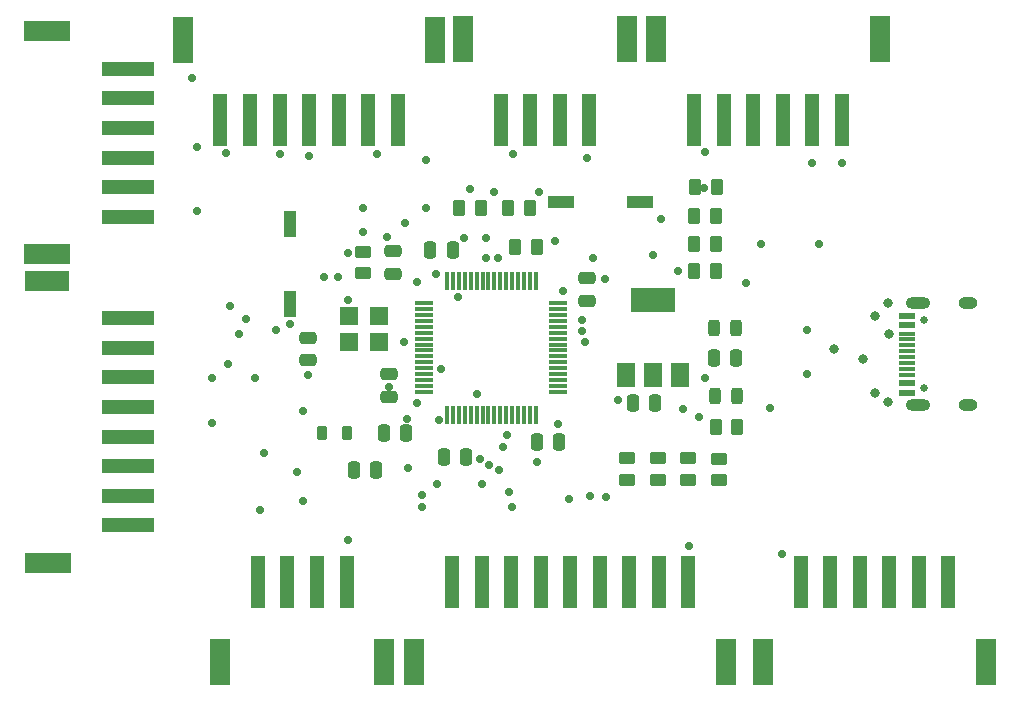
<source format=gbr>
%TF.GenerationSoftware,KiCad,Pcbnew,(6.0.11)*%
%TF.CreationDate,2023-02-10T10:35:54-08:00*%
%TF.ProjectId,EV1,4556312e-6b69-4636-9164-5f7063625858,rev?*%
%TF.SameCoordinates,Original*%
%TF.FileFunction,Soldermask,Top*%
%TF.FilePolarity,Negative*%
%FSLAX46Y46*%
G04 Gerber Fmt 4.6, Leading zero omitted, Abs format (unit mm)*
G04 Created by KiCad (PCBNEW (6.0.11)) date 2023-02-10 10:35:54*
%MOMM*%
%LPD*%
G01*
G04 APERTURE LIST*
G04 Aperture macros list*
%AMRoundRect*
0 Rectangle with rounded corners*
0 $1 Rounding radius*
0 $2 $3 $4 $5 $6 $7 $8 $9 X,Y pos of 4 corners*
0 Add a 4 corners polygon primitive as box body*
4,1,4,$2,$3,$4,$5,$6,$7,$8,$9,$2,$3,0*
0 Add four circle primitives for the rounded corners*
1,1,$1+$1,$2,$3*
1,1,$1+$1,$4,$5*
1,1,$1+$1,$6,$7*
1,1,$1+$1,$8,$9*
0 Add four rect primitives between the rounded corners*
20,1,$1+$1,$2,$3,$4,$5,0*
20,1,$1+$1,$4,$5,$6,$7,0*
20,1,$1+$1,$6,$7,$8,$9,0*
20,1,$1+$1,$8,$9,$2,$3,0*%
G04 Aperture macros list end*
%ADD10R,4.500000X1.300000*%
%ADD11R,3.900000X1.800000*%
%ADD12R,1.300000X4.500000*%
%ADD13R,1.800000X3.900000*%
%ADD14RoundRect,0.250000X0.250000X0.475000X-0.250000X0.475000X-0.250000X-0.475000X0.250000X-0.475000X0*%
%ADD15RoundRect,0.250000X-0.262500X-0.450000X0.262500X-0.450000X0.262500X0.450000X-0.262500X0.450000X0*%
%ADD16RoundRect,0.250000X0.475000X-0.250000X0.475000X0.250000X-0.475000X0.250000X-0.475000X-0.250000X0*%
%ADD17R,1.500000X2.000000*%
%ADD18R,3.800000X2.000000*%
%ADD19RoundRect,0.243750X0.243750X0.456250X-0.243750X0.456250X-0.243750X-0.456250X0.243750X-0.456250X0*%
%ADD20RoundRect,0.250000X-0.250000X-0.475000X0.250000X-0.475000X0.250000X0.475000X-0.250000X0.475000X0*%
%ADD21R,1.120000X2.160000*%
%ADD22RoundRect,0.250000X0.450000X-0.262500X0.450000X0.262500X-0.450000X0.262500X-0.450000X-0.262500X0*%
%ADD23RoundRect,0.250000X0.262500X0.450000X-0.262500X0.450000X-0.262500X-0.450000X0.262500X-0.450000X0*%
%ADD24C,0.650000*%
%ADD25R,1.450000X0.600000*%
%ADD26R,1.450000X0.300000*%
%ADD27O,1.600000X1.000000*%
%ADD28O,2.100000X1.000000*%
%ADD29R,2.160000X1.120000*%
%ADD30RoundRect,0.218750X-0.218750X-0.381250X0.218750X-0.381250X0.218750X0.381250X-0.218750X0.381250X0*%
%ADD31RoundRect,0.075000X-0.700000X-0.075000X0.700000X-0.075000X0.700000X0.075000X-0.700000X0.075000X0*%
%ADD32RoundRect,0.075000X-0.075000X-0.700000X0.075000X-0.700000X0.075000X0.700000X-0.075000X0.700000X0*%
%ADD33RoundRect,0.250000X-0.475000X0.250000X-0.475000X-0.250000X0.475000X-0.250000X0.475000X0.250000X0*%
%ADD34R,4.495400X1.295400*%
%ADD35R,3.800000X1.800000*%
%ADD36R,1.600000X1.500000*%
%ADD37C,0.700000*%
%ADD38C,0.800000*%
G04 APERTURE END LIST*
D10*
%TO.C,U10*%
X123430000Y-68210000D03*
X123430000Y-70710000D03*
X123430000Y-73210000D03*
X123430000Y-75710000D03*
X123430000Y-78210000D03*
X123430000Y-80710000D03*
D11*
X116630000Y-65010000D03*
X116630000Y-83910000D03*
%TD*%
D12*
%TO.C,U6*%
X146290000Y-72550000D03*
X143790000Y-72550000D03*
X141290000Y-72550000D03*
X138790000Y-72550000D03*
X136290000Y-72550000D03*
X133790000Y-72550000D03*
X131290000Y-72550000D03*
D13*
X149490000Y-65750000D03*
X128090000Y-65750000D03*
%TD*%
%TO.C,U7*%
X174110000Y-118440000D03*
X147710000Y-118440000D03*
D12*
X170910000Y-111640000D03*
X168410000Y-111640000D03*
X165910000Y-111640000D03*
X163410000Y-111640000D03*
X160910000Y-111640000D03*
X158410000Y-111640000D03*
X155910000Y-111640000D03*
X153410000Y-111640000D03*
X150910000Y-111640000D03*
%TD*%
D14*
%TO.C,C14*%
X152080000Y-101092000D03*
X150180000Y-101092000D03*
%TD*%
D15*
%TO.C,R1*%
X173204500Y-98552000D03*
X175029500Y-98552000D03*
%TD*%
%TO.C,R11*%
X171397500Y-83000000D03*
X173222500Y-83000000D03*
%TD*%
D16*
%TO.C,C12*%
X162306000Y-87818000D03*
X162306000Y-85918000D03*
%TD*%
D17*
%TO.C,U2*%
X165594000Y-94082000D03*
X167894000Y-94082000D03*
D18*
X167894000Y-87782000D03*
D17*
X170194000Y-94082000D03*
%TD*%
D19*
%TO.C,D2*%
X174927500Y-90170000D03*
X173052500Y-90170000D03*
%TD*%
D12*
%TO.C,U4*%
X162500000Y-72500000D03*
X160000000Y-72500000D03*
X157500000Y-72500000D03*
X155000000Y-72500000D03*
D13*
X165700000Y-65700000D03*
X151800000Y-65700000D03*
%TD*%
D20*
%TO.C,C10*%
X142560000Y-102135000D03*
X144460000Y-102135000D03*
%TD*%
D21*
%TO.C,SW2*%
X137190000Y-88095000D03*
X137190000Y-81365000D03*
%TD*%
D15*
%TO.C,R10*%
X171487500Y-78240000D03*
X173312500Y-78240000D03*
%TD*%
D22*
%TO.C,R5*%
X170880000Y-103012500D03*
X170880000Y-101187500D03*
%TD*%
D23*
%TO.C,R8*%
X157452500Y-79960000D03*
X155627500Y-79960000D03*
%TD*%
D22*
%TO.C,R6*%
X173490000Y-103042500D03*
X173490000Y-101217500D03*
%TD*%
D23*
%TO.C,R13*%
X158072500Y-83260000D03*
X156247500Y-83260000D03*
%TD*%
D24*
%TO.C,J9*%
X190890000Y-89470000D03*
X190890000Y-95250000D03*
D25*
X189445000Y-95610000D03*
X189445000Y-94810000D03*
D26*
X189445000Y-93610000D03*
X189445000Y-92610000D03*
X189445000Y-92110000D03*
X189445000Y-91110000D03*
D25*
X189445000Y-89910000D03*
X189445000Y-89110000D03*
X189445000Y-89110000D03*
X189445000Y-89910000D03*
D26*
X189445000Y-90610000D03*
X189445000Y-91610000D03*
X189445000Y-93110000D03*
X189445000Y-94110000D03*
D25*
X189445000Y-94810000D03*
X189445000Y-95610000D03*
D27*
X194540000Y-96680000D03*
D28*
X190360000Y-88040000D03*
D27*
X194540000Y-88040000D03*
D28*
X190360000Y-96680000D03*
%TD*%
D19*
%TO.C,D1*%
X175054500Y-95885000D03*
X173179500Y-95885000D03*
%TD*%
D29*
%TO.C,SW1*%
X166825000Y-79500000D03*
X160095000Y-79500000D03*
%TD*%
D20*
%TO.C,C11*%
X149037000Y-83566000D03*
X150937000Y-83566000D03*
%TD*%
D30*
%TO.C,120R1*%
X139867500Y-99060000D03*
X141992500Y-99060000D03*
%TD*%
D15*
%TO.C,R7*%
X151487500Y-80010000D03*
X153312500Y-80010000D03*
%TD*%
D20*
%TO.C,C13*%
X158054000Y-99822000D03*
X159954000Y-99822000D03*
%TD*%
D22*
%TO.C,R2*%
X143330000Y-85502500D03*
X143330000Y-83677500D03*
%TD*%
D12*
%TO.C,U9*%
X134460000Y-111640000D03*
X136960000Y-111640000D03*
X139460000Y-111640000D03*
X141960000Y-111640000D03*
D13*
X131260000Y-118440000D03*
X145160000Y-118440000D03*
%TD*%
D31*
%TO.C,U1*%
X148553800Y-88045600D03*
X148553800Y-88545600D03*
X148553800Y-89045600D03*
X148553800Y-89545600D03*
X148553800Y-90045600D03*
X148553800Y-90545600D03*
X148553800Y-91045600D03*
X148553800Y-91545600D03*
X148553800Y-92045600D03*
X148553800Y-92545600D03*
X148553800Y-93045600D03*
X148553800Y-93545600D03*
X148553800Y-94045600D03*
X148553800Y-94545600D03*
X148553800Y-95045600D03*
X148553800Y-95545600D03*
D32*
X150478800Y-97470600D03*
X150978800Y-97470600D03*
X151478800Y-97470600D03*
X151978800Y-97470600D03*
X152478800Y-97470600D03*
X152978800Y-97470600D03*
X153478800Y-97470600D03*
X153978800Y-97470600D03*
X154478800Y-97470600D03*
X154978800Y-97470600D03*
X155478800Y-97470600D03*
X155978800Y-97470600D03*
X156478800Y-97470600D03*
X156978800Y-97470600D03*
X157478800Y-97470600D03*
X157978800Y-97470600D03*
D31*
X159903800Y-95545600D03*
X159903800Y-95045600D03*
X159903800Y-94545600D03*
X159903800Y-94045600D03*
X159903800Y-93545600D03*
X159903800Y-93045600D03*
X159903800Y-92545600D03*
X159903800Y-92045600D03*
X159903800Y-91545600D03*
X159903800Y-91045600D03*
X159903800Y-90545600D03*
X159903800Y-90045600D03*
X159903800Y-89545600D03*
X159903800Y-89045600D03*
X159903800Y-88545600D03*
X159903800Y-88045600D03*
D32*
X157978800Y-86120600D03*
X157478800Y-86120600D03*
X156978800Y-86120600D03*
X156478800Y-86120600D03*
X155978800Y-86120600D03*
X155478800Y-86120600D03*
X154978800Y-86120600D03*
X154478800Y-86120600D03*
X153978800Y-86120600D03*
X153478800Y-86120600D03*
X152978800Y-86120600D03*
X152478800Y-86120600D03*
X151978800Y-86120600D03*
X151478800Y-86120600D03*
X150978800Y-86120600D03*
X150478800Y-86120600D03*
%TD*%
D33*
%TO.C,C4*%
X138660000Y-90990000D03*
X138660000Y-92890000D03*
%TD*%
D15*
%TO.C,R9*%
X171407500Y-80650000D03*
X173232500Y-80650000D03*
%TD*%
D34*
%TO.C,U3*%
X123461150Y-89330000D03*
X123461150Y-91830000D03*
X123461150Y-94330000D03*
X123461150Y-96830000D03*
X123461150Y-99330000D03*
X123461150Y-101830000D03*
X123461150Y-104330000D03*
X123461150Y-106830000D03*
D35*
X116611150Y-86130000D03*
D11*
X116661150Y-110030000D03*
%TD*%
D22*
%TO.C,R4*%
X168330000Y-102972500D03*
X168330000Y-101147500D03*
%TD*%
D20*
%TO.C,C9*%
X145100000Y-99060000D03*
X147000000Y-99060000D03*
%TD*%
D33*
%TO.C,C5*%
X145870000Y-83640000D03*
X145870000Y-85540000D03*
%TD*%
D15*
%TO.C,R12*%
X171377500Y-85344000D03*
X173202500Y-85344000D03*
%TD*%
D14*
%TO.C,C1*%
X174940000Y-92710000D03*
X173040000Y-92710000D03*
%TD*%
D33*
%TO.C,C8*%
X145542000Y-94046000D03*
X145542000Y-95946000D03*
%TD*%
D12*
%TO.C,U5*%
X183900000Y-72510000D03*
X181400000Y-72510000D03*
X178900000Y-72510000D03*
X176400000Y-72510000D03*
X173900000Y-72510000D03*
X171400000Y-72510000D03*
D13*
X187100000Y-65710000D03*
X168200000Y-65710000D03*
%TD*%
D14*
%TO.C,C2*%
X168082000Y-96520000D03*
X166182000Y-96520000D03*
%TD*%
D22*
%TO.C,R3*%
X165680000Y-102972500D03*
X165680000Y-101147500D03*
%TD*%
D12*
%TO.C,U8*%
X180410000Y-111610000D03*
X182910000Y-111610000D03*
X185410000Y-111610000D03*
X187910000Y-111610000D03*
X190410000Y-111610000D03*
X192910000Y-111610000D03*
D13*
X177210000Y-118410000D03*
X196110000Y-118410000D03*
%TD*%
D36*
%TO.C,X1*%
X142160000Y-91300000D03*
X144700000Y-91300000D03*
X144700000Y-89100000D03*
X142160000Y-89100000D03*
%TD*%
D37*
X158242000Y-78613000D03*
X160274000Y-86995000D03*
X143383000Y-82042000D03*
X168591500Y-80899000D03*
X177800000Y-96901000D03*
X149501675Y-85575325D03*
X142113000Y-108077000D03*
X148717000Y-80010000D03*
X167894000Y-83947000D03*
X158115000Y-101473000D03*
X148690000Y-75920000D03*
X142113000Y-87757000D03*
X138303000Y-104775000D03*
X132080000Y-88265000D03*
X175768000Y-86360000D03*
X147955000Y-86233000D03*
X142113000Y-83820000D03*
X170434000Y-97028000D03*
X156055000Y-75415000D03*
X162814000Y-84201000D03*
X143383000Y-80010000D03*
X172310000Y-75246500D03*
X158242000Y-78613000D03*
X153035000Y-95758000D03*
X136017000Y-90297000D03*
X180949334Y-94009591D03*
X180975000Y-90297000D03*
X145542000Y-95095500D03*
D38*
X186740000Y-95680000D03*
D37*
X146812000Y-91313000D03*
X147066000Y-97854500D03*
X172250500Y-78250000D03*
X181410000Y-76130000D03*
X159893000Y-98298000D03*
X178820000Y-109260000D03*
D38*
X186700000Y-89150000D03*
X187820000Y-88030000D03*
D37*
X162330000Y-75740000D03*
X147193000Y-101981000D03*
X138684000Y-94107000D03*
X137160000Y-89789000D03*
X164973000Y-96266000D03*
X172339000Y-94361000D03*
X145415000Y-82423000D03*
X128905000Y-68961000D03*
X170053000Y-85344000D03*
D38*
X187790000Y-96420000D03*
D37*
X131729000Y-75341000D03*
X183896000Y-76200000D03*
X171831000Y-97663000D03*
X134620000Y-105537000D03*
X159639000Y-82804000D03*
X151406675Y-87480325D03*
X163830000Y-85979000D03*
X149987000Y-93599000D03*
X170950000Y-108580000D03*
X153797000Y-82550000D03*
X153797000Y-84201000D03*
X155956000Y-105283000D03*
X148336000Y-105283000D03*
X155702000Y-104013000D03*
X148336000Y-104267000D03*
X153416000Y-103378000D03*
X149606000Y-103378000D03*
X162179000Y-91313000D03*
X160782000Y-104648000D03*
X161925000Y-90424000D03*
X162560000Y-104394000D03*
X163893500Y-104457500D03*
X161861500Y-89471500D03*
X151892000Y-82550000D03*
X144510000Y-75420000D03*
X152400000Y-78359000D03*
X154432000Y-78613000D03*
X138810000Y-75590000D03*
X141224000Y-85852000D03*
X136360000Y-75400000D03*
X140081000Y-85852000D03*
X146939000Y-81280000D03*
X154813000Y-84201000D03*
X154855540Y-102129270D03*
X132842000Y-90678000D03*
X153289000Y-101219000D03*
X131953000Y-93218000D03*
X155575000Y-99187000D03*
X134239000Y-94361000D03*
X130556000Y-98171000D03*
X130556000Y-94361000D03*
X155194000Y-100203000D03*
X135001000Y-100711000D03*
X154051000Y-101727000D03*
X137795000Y-102362000D03*
X138303000Y-97155000D03*
X149797500Y-97917000D03*
X129286000Y-74803000D03*
X129286000Y-80264000D03*
X147955000Y-96520000D03*
X133477000Y-89408000D03*
D38*
X183200000Y-91880000D03*
X185690000Y-92760000D03*
D37*
X177038000Y-83058000D03*
X181991000Y-83058000D03*
D38*
X187850000Y-90659500D03*
M02*

</source>
